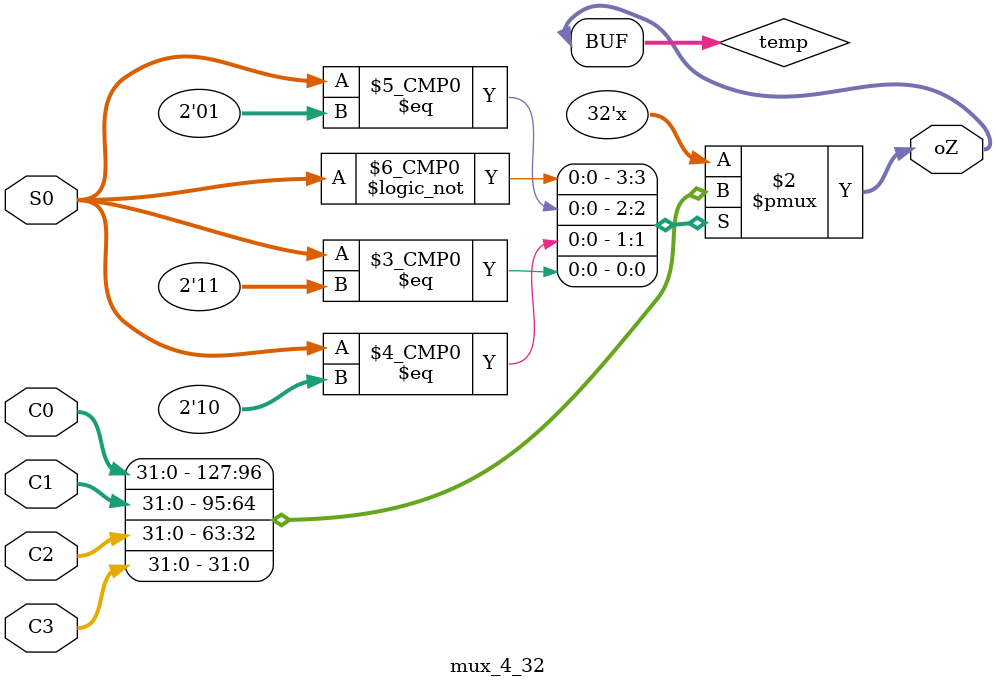
<source format=v>
`timescale 1ns / 1ps

module mux_4_32(
    input [31:0] C0,
    input [31:0] C1,
    input [31:0] C2,
    input [31:0] C3,
    input [1:0] S0,
    output [31:0] oZ
    );

    reg [31:0] temp;

    always @(*) begin
        case(S0)
            2'b00: temp <= C0;
            2'b01: temp <= C1;
            2'b10: temp <= C2;
            2'b11: temp <= C3;
            default: temp <= 31'bz;
        endcase
   end
   
   assign oZ = temp;
   
endmodule
</source>
